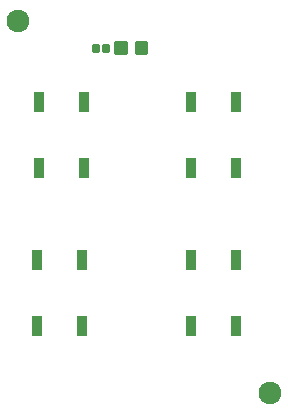
<source format=gbr>
G04 EAGLE Gerber RS-274X export*
G75*
%MOMM*%
%FSLAX34Y34*%
%LPD*%
%INSoldermask Bottom*%
%IPPOS*%
%AMOC8*
5,1,8,0,0,1.08239X$1,22.5*%
G01*
%ADD10C,1.927000*%
%ADD11R,0.889000X1.651000*%
%ADD12C,0.400200*%
%ADD13C,0.428259*%


D10*
X260760Y58880D03*
X47760Y373880D03*
D11*
X64942Y304939D03*
X64942Y249059D03*
X103042Y304939D03*
X103042Y249059D03*
X232416Y249068D03*
X232416Y304948D03*
X194316Y249068D03*
X194316Y304948D03*
X63942Y171190D03*
X63942Y115310D03*
X102042Y171190D03*
X102042Y115310D03*
X194196Y171518D03*
X194196Y115638D03*
X232296Y171518D03*
X232296Y115638D03*
D12*
X123242Y352382D02*
X120574Y352382D01*
X123242Y352382D02*
X123242Y349114D01*
X120574Y349114D01*
X120574Y352382D01*
X114602Y352382D02*
X111934Y352382D01*
X114602Y352382D02*
X114602Y349114D01*
X111934Y349114D01*
X111934Y352382D01*
D13*
X155360Y354750D02*
X155360Y347762D01*
X148372Y347762D01*
X148372Y354750D01*
X155360Y354750D01*
X155360Y351831D02*
X148372Y351831D01*
X137820Y354750D02*
X137820Y347762D01*
X130832Y347762D01*
X130832Y354750D01*
X137820Y354750D01*
X137820Y351831D02*
X130832Y351831D01*
M02*

</source>
